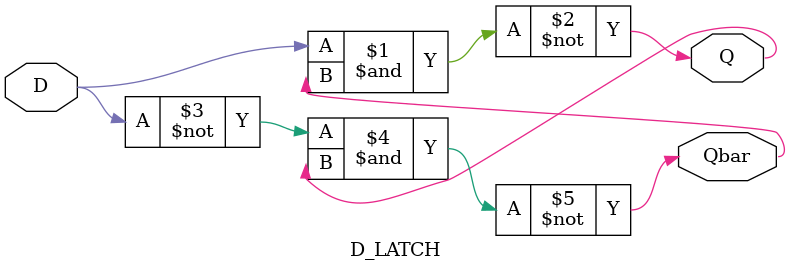
<source format=v>
module D_LATCH (
  input D,
  output Q, Qbar
);
  assign Q = ~(D & Qbar);
  assign Qbar = ~(~D & Q);
endmodule

</source>
